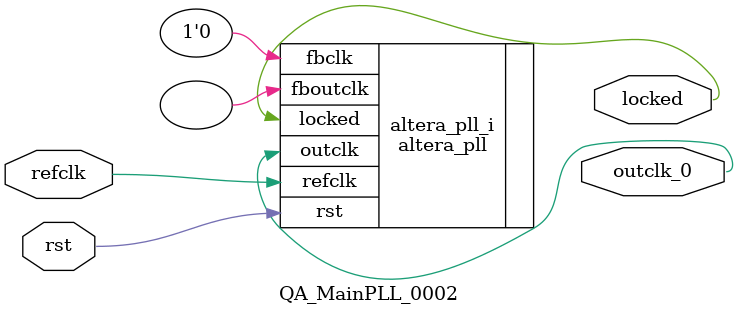
<source format=v>
`timescale 1ns/10ps
module  QA_MainPLL_0002(

	// interface 'refclk'
	input wire refclk,

	// interface 'reset'
	input wire rst,

	// interface 'outclk0'
	output wire outclk_0,

	// interface 'locked'
	output wire locked
);

	altera_pll #(
		.fractional_vco_multiplier("true"),
		.reference_clock_frequency("50.0 MHz"),
		.operation_mode("direct"),
		.number_of_clocks(1),
		.output_clock_frequency0("1.000000 MHz"),
		.phase_shift0("0 ps"),
		.duty_cycle0(50),
		.output_clock_frequency1("0 MHz"),
		.phase_shift1("0 ps"),
		.duty_cycle1(50),
		.output_clock_frequency2("0 MHz"),
		.phase_shift2("0 ps"),
		.duty_cycle2(50),
		.output_clock_frequency3("0 MHz"),
		.phase_shift3("0 ps"),
		.duty_cycle3(50),
		.output_clock_frequency4("0 MHz"),
		.phase_shift4("0 ps"),
		.duty_cycle4(50),
		.output_clock_frequency5("0 MHz"),
		.phase_shift5("0 ps"),
		.duty_cycle5(50),
		.output_clock_frequency6("0 MHz"),
		.phase_shift6("0 ps"),
		.duty_cycle6(50),
		.output_clock_frequency7("0 MHz"),
		.phase_shift7("0 ps"),
		.duty_cycle7(50),
		.output_clock_frequency8("0 MHz"),
		.phase_shift8("0 ps"),
		.duty_cycle8(50),
		.output_clock_frequency9("0 MHz"),
		.phase_shift9("0 ps"),
		.duty_cycle9(50),
		.output_clock_frequency10("0 MHz"),
		.phase_shift10("0 ps"),
		.duty_cycle10(50),
		.output_clock_frequency11("0 MHz"),
		.phase_shift11("0 ps"),
		.duty_cycle11(50),
		.output_clock_frequency12("0 MHz"),
		.phase_shift12("0 ps"),
		.duty_cycle12(50),
		.output_clock_frequency13("0 MHz"),
		.phase_shift13("0 ps"),
		.duty_cycle13(50),
		.output_clock_frequency14("0 MHz"),
		.phase_shift14("0 ps"),
		.duty_cycle14(50),
		.output_clock_frequency15("0 MHz"),
		.phase_shift15("0 ps"),
		.duty_cycle15(50),
		.output_clock_frequency16("0 MHz"),
		.phase_shift16("0 ps"),
		.duty_cycle16(50),
		.output_clock_frequency17("0 MHz"),
		.phase_shift17("0 ps"),
		.duty_cycle17(50),
		.pll_type("General"),
		.pll_subtype("General")
	) altera_pll_i (
		.rst	(rst),
		.outclk	({outclk_0}),
		.locked	(locked),
		.fboutclk	( ),
		.fbclk	(1'b0),
		.refclk	(refclk)
	);
endmodule


</source>
